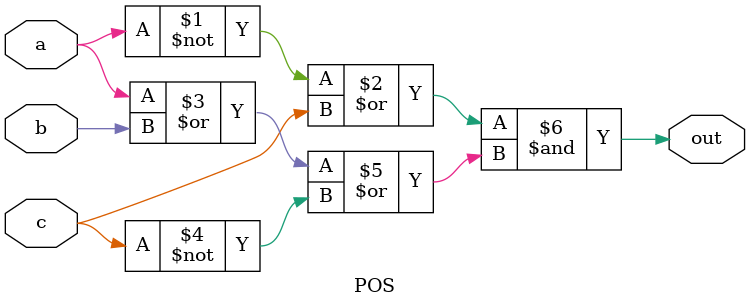
<source format=v>
module POS (out, a, b, c);

	input a, b, c;
	output out;

	assign out = ((~a) | c) & (a | b | (~c));
	//turn to (~A + C) ( A + b + ~C )

endmodule
</source>
